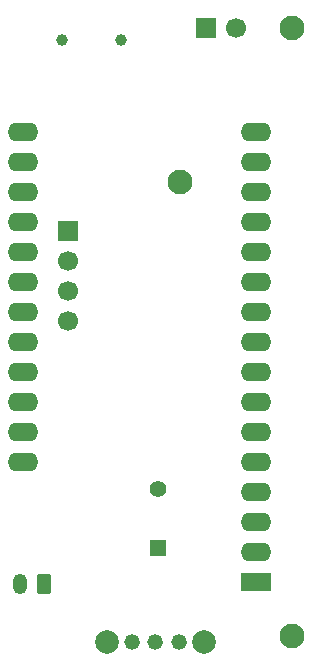
<source format=gts>
G04 #@! TF.GenerationSoftware,KiCad,Pcbnew,9.0.2*
G04 #@! TF.CreationDate,2025-06-24T11:01:01+02:00*
G04 #@! TF.ProjectId,SenseMatePCB,53656e73-654d-4617-9465-5043422e6b69,rev?*
G04 #@! TF.SameCoordinates,Original*
G04 #@! TF.FileFunction,Soldermask,Top*
G04 #@! TF.FilePolarity,Negative*
%FSLAX46Y46*%
G04 Gerber Fmt 4.6, Leading zero omitted, Abs format (unit mm)*
G04 Created by KiCad (PCBNEW 9.0.2) date 2025-06-24 11:01:01*
%MOMM*%
%LPD*%
G01*
G04 APERTURE LIST*
G04 Aperture macros list*
%AMRoundRect*
0 Rectangle with rounded corners*
0 $1 Rounding radius*
0 $2 $3 $4 $5 $6 $7 $8 $9 X,Y pos of 4 corners*
0 Add a 4 corners polygon primitive as box body*
4,1,4,$2,$3,$4,$5,$6,$7,$8,$9,$2,$3,0*
0 Add four circle primitives for the rounded corners*
1,1,$1+$1,$2,$3*
1,1,$1+$1,$4,$5*
1,1,$1+$1,$6,$7*
1,1,$1+$1,$8,$9*
0 Add four rect primitives between the rounded corners*
20,1,$1+$1,$2,$3,$4,$5,0*
20,1,$1+$1,$4,$5,$6,$7,0*
20,1,$1+$1,$6,$7,$8,$9,0*
20,1,$1+$1,$8,$9,$2,$3,0*%
G04 Aperture macros list end*
%ADD10C,2.100000*%
%ADD11C,1.320800*%
%ADD12C,2.006600*%
%ADD13RoundRect,0.250000X1.050000X0.550000X-1.050000X0.550000X-1.050000X-0.550000X1.050000X-0.550000X0*%
%ADD14O,2.600000X1.600000*%
%ADD15R,1.700000X1.700000*%
%ADD16C,1.700000*%
%ADD17RoundRect,0.250000X0.350000X0.625000X-0.350000X0.625000X-0.350000X-0.625000X0.350000X-0.625000X0*%
%ADD18O,1.200000X1.750000*%
%ADD19C,1.000000*%
%ADD20R,1.422400X1.422400*%
%ADD21C,1.422400*%
G04 APERTURE END LIST*
D10*
X118500000Y-110000000D03*
D11*
X104900001Y-110500000D03*
X106900001Y-110500000D03*
X108900002Y-110500000D03*
D12*
X102800002Y-110500000D03*
X111000000Y-110500000D03*
D13*
X115413900Y-105417001D03*
D14*
X115413900Y-102877001D03*
X115413900Y-100337001D03*
X115413900Y-97797001D03*
X115413900Y-95257001D03*
X115413900Y-92717001D03*
X115413900Y-90177001D03*
X115413900Y-87637001D03*
X115413900Y-85097001D03*
X115413900Y-82557001D03*
X115413900Y-80017001D03*
X115413900Y-77477001D03*
X115413900Y-74937001D03*
X115413900Y-72397001D03*
X115413900Y-69857001D03*
X115413900Y-67317001D03*
X95693900Y-67317001D03*
X95693900Y-69857001D03*
X95693900Y-72397001D03*
X95693900Y-74937001D03*
X95693900Y-77477001D03*
X95693900Y-80017001D03*
X95693900Y-82557001D03*
X95693900Y-85097001D03*
X95693900Y-87637001D03*
X95693900Y-90177001D03*
X95693900Y-92717001D03*
X95693900Y-95257001D03*
D10*
X109000000Y-71500000D03*
X118500000Y-58500000D03*
D15*
X111225000Y-58500000D03*
D16*
X113765000Y-58500000D03*
D17*
X97500000Y-105550000D03*
D18*
X95500000Y-105550000D03*
D19*
X104000000Y-59500000D03*
X99000000Y-59500000D03*
D20*
X107125000Y-102500000D03*
D21*
X107125000Y-97500000D03*
D15*
X99500000Y-75690000D03*
D16*
X99500000Y-78230000D03*
X99500000Y-80770000D03*
X99500000Y-83310000D03*
M02*

</source>
